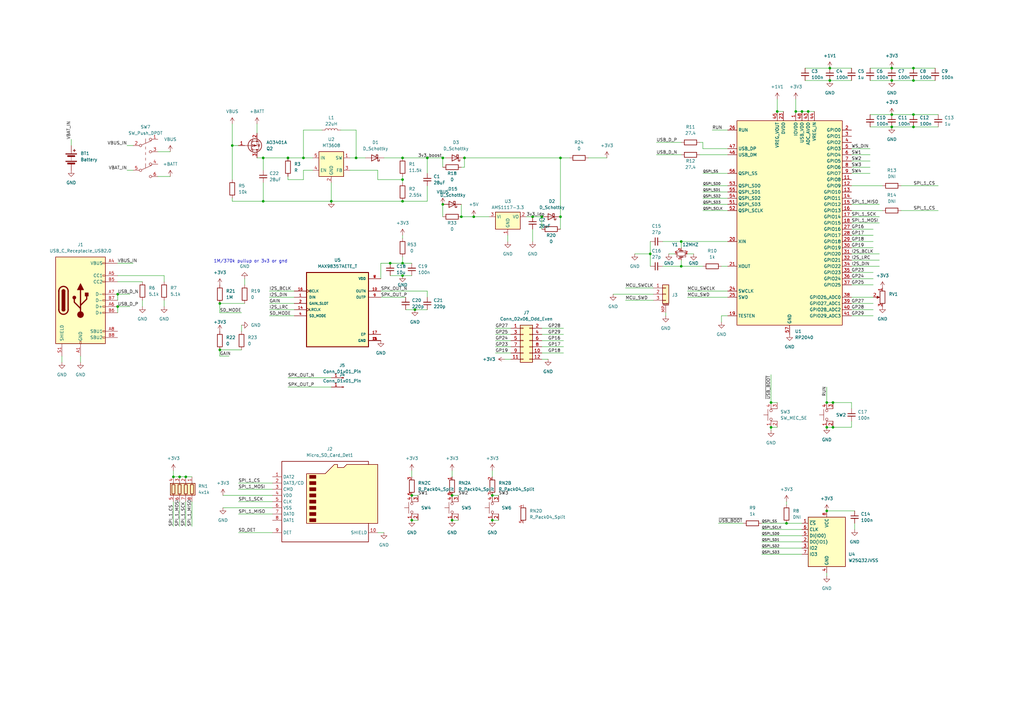
<source format=kicad_sch>
(kicad_sch (version 20230121) (generator eeschema)
  (paper "A3")
  (title_block (title "Inércia 2023 MOD player badge"))
  (junction (at 124.46 64.77))
  (junction (at 229.87 64.77))
  (junction (at 95.25 59.69))
  (junction (at 374.65 46.99))
  (junction (at 107.95 64.77))
  (junction (at 107.95 82.55))
  (junction (at 71.12 195.58))
  (junction (at 374.65 27.94))
  (junction (at 48.26 120.65))
  (junction (at 165.1 82.55))
  (junction (at 185.42 213.36))
  (junction (at 160.02 107.95))
  (junction (at 165.1 73.66))
  (junction (at 181.61 64.77))
  (junction (at 168.91 213.36))
  (junction (at 316.23 165.1))
  (junction (at 165.1 107.95))
  (junction (at 341.63 175.26))
  (junction (at 165.1 113.03))
  (junction (at 146.05 64.77))
  (junction (at 135.89 82.55))
  (junction (at 73.66 195.58))
  (junction (at 374.65 52.07))
  (junction (at 339.09 209.55))
  (junction (at 340.36 33.02))
  (junction (at 201.93 213.36))
  (junction (at 90.17 124.46))
  (junction (at 229.87 88.9))
  (junction (at 185.42 203.2))
  (junction (at 365.76 33.02))
  (junction (at 279.4 99.06))
  (junction (at 170.18 127))
  (junction (at 48.26 125.73))
  (junction (at 266.7 104.14))
  (junction (at 190.5 64.77))
  (junction (at 374.65 33.02))
  (junction (at 76.2 195.58))
  (junction (at 326.39 45.72))
  (junction (at 365.76 46.99))
  (junction (at 365.76 27.94))
  (junction (at 201.93 203.2))
  (junction (at 331.47 45.72))
  (junction (at 118.11 64.77))
  (junction (at 194.31 88.9))
  (junction (at 318.77 45.72))
  (junction (at 322.58 214.63))
  (junction (at 339.09 165.1))
  (junction (at 175.26 64.77))
  (junction (at 90.17 143.51))
  (junction (at 339.09 175.26))
  (junction (at 168.91 203.2))
  (junction (at 222.25 88.9))
  (junction (at 189.23 88.9))
  (junction (at 218.44 88.9))
  (junction (at 341.63 165.1))
  (junction (at 328.93 45.72))
  (junction (at 340.36 27.94))
  (junction (at 181.61 83.82))
  (junction (at 365.76 52.07))
  (junction (at 316.23 175.26))
  (junction (at 279.4 109.22))
  (junction (at 165.1 64.77))
  (wire (pts (xy 292.1 53.34) (xy 298.45 53.34)))
  (wire (pts (xy 73.66 195.58) (xy 76.2 195.58)))
  (wire (pts (xy 330.2 33.02) (xy 340.36 33.02)))
  (wire (pts (xy 165.1 113.03) (xy 168.91 113.03)))
  (wire (pts (xy 185.42 203.2) (xy 187.96 203.2)))
  (wire (pts (xy 365.76 27.94) (xy 374.65 27.94)))
  (wire (pts (xy 110.49 129.54) (xy 120.65 129.54)))
  (wire (pts (xy 312.42 214.63) (xy 322.58 214.63)))
  (wire (pts (xy 365.76 33.02) (xy 374.65 33.02)))
  (wire (pts (xy 170.18 127) (xy 175.26 127)))
  (wire (pts (xy 175.26 76.2) (xy 175.26 82.55)))
  (wire (pts (xy 185.42 193.04) (xy 185.42 195.58)))
  (wire (pts (xy 160.02 113.03) (xy 165.1 113.03)))
  (wire (pts (xy 168.91 193.04) (xy 168.91 195.58)))
  (wire (pts (xy 33.02 146.05) (xy 33.02 148.59)))
  (wire (pts (xy 91.44 203.2) (xy 111.76 203.2)))
  (wire (pts (xy 124.46 69.85) (xy 128.27 69.85)))
  (wire (pts (xy 71.12 195.58) (xy 73.66 195.58)))
  (wire (pts (xy 322.58 205.74) (xy 322.58 207.01)))
  (wire (pts (xy 287.02 58.42) (xy 288.29 58.42)))
  (wire (pts (xy 90.17 143.51) (xy 90.17 146.05)))
  (wire (pts (xy 124.46 73.66) (xy 124.46 69.85)))
  (wire (pts (xy 97.79 200.66) (xy 111.76 200.66)))
  (wire (pts (xy 298.45 99.06) (xy 279.4 99.06)))
  (wire (pts (xy 288.29 78.74) (xy 298.45 78.74)))
  (wire (pts (xy 339.09 234.95) (xy 339.09 236.22)))
  (wire (pts (xy 339.09 165.1) (xy 341.63 165.1)))
  (wire (pts (xy 331.47 45.72) (xy 334.01 45.72)))
  (wire (pts (xy 349.25 83.82) (xy 360.68 83.82)))
  (wire (pts (xy 105.41 50.8) (xy 105.41 54.61)))
  (wire (pts (xy 99.06 133.35) (xy 99.06 135.89)))
  (wire (pts (xy 318.77 45.72) (xy 321.31 45.72)))
  (wire (pts (xy 154.94 218.44) (xy 157.48 218.44)))
  (wire (pts (xy 110.49 119.38) (xy 120.65 119.38)))
  (wire (pts (xy 203.2 144.78) (xy 209.55 144.78)))
  (wire (pts (xy 281.94 121.92) (xy 298.45 121.92)))
  (wire (pts (xy 64.77 62.23) (xy 69.85 62.23)))
  (wire (pts (xy 97.79 198.12) (xy 111.76 198.12)))
  (wire (pts (xy 222.25 134.62) (xy 231.14 134.62)))
  (wire (pts (xy 356.87 33.02) (xy 365.76 33.02)))
  (wire (pts (xy 356.87 46.99) (xy 365.76 46.99)))
  (wire (pts (xy 222.25 88.9) (xy 222.25 93.98)))
  (wire (pts (xy 97.79 218.44) (xy 111.76 218.44)))
  (wire (pts (xy 105.41 64.77) (xy 107.95 64.77)))
  (wire (pts (xy 341.63 165.1) (xy 349.25 165.1)))
  (wire (pts (xy 67.31 123.19) (xy 67.31 125.73)))
  (wire (pts (xy 156.21 114.3) (xy 156.21 107.95)))
  (wire (pts (xy 274.32 104.14) (xy 276.86 104.14)))
  (wire (pts (xy 165.1 64.77) (xy 175.26 64.77)))
  (wire (pts (xy 97.79 210.82) (xy 111.76 210.82)))
  (wire (pts (xy 316.23 175.26) (xy 316.23 176.53)))
  (wire (pts (xy 175.26 64.77) (xy 175.26 71.12)))
  (wire (pts (xy 100.33 114.3) (xy 100.33 116.84)))
  (wire (pts (xy 273.05 129.54) (xy 273.05 128.27)))
  (wire (pts (xy 190.5 64.77) (xy 229.87 64.77)))
  (wire (pts (xy 350.52 214.63) (xy 350.52 217.17)))
  (wire (pts (xy 222.25 137.16) (xy 231.14 137.16)))
  (wire (pts (xy 374.65 52.07) (xy 384.81 52.07)))
  (wire (pts (xy 185.42 213.36) (xy 187.96 213.36)))
  (wire (pts (xy 203.2 142.24) (xy 209.55 142.24)))
  (wire (pts (xy 190.5 68.58) (xy 189.23 68.58)))
  (wire (pts (xy 168.91 203.2) (xy 171.45 203.2)))
  (wire (pts (xy 312.42 224.79) (xy 328.93 224.79)))
  (wire (pts (xy 118.11 73.66) (xy 124.46 73.66)))
  (wire (pts (xy 349.25 116.84) (xy 358.14 116.84)))
  (wire (pts (xy 52.07 59.69) (xy 54.61 59.69)))
  (wire (pts (xy 107.95 82.55) (xy 95.25 82.55)))
  (wire (pts (xy 241.3 64.77) (xy 248.92 64.77)))
  (wire (pts (xy 146.05 64.77) (xy 149.86 64.77)))
  (wire (pts (xy 298.45 129.54) (xy 295.91 129.54)))
  (wire (pts (xy 118.11 64.77) (xy 124.46 64.77)))
  (wire (pts (xy 215.9 88.9) (xy 218.44 88.9)))
  (wire (pts (xy 107.95 64.77) (xy 118.11 64.77)))
  (wire (pts (xy 95.25 50.8) (xy 95.25 59.69)))
  (wire (pts (xy 229.87 88.9) (xy 229.87 93.98)))
  (wire (pts (xy 318.77 40.64) (xy 318.77 45.72)))
  (wire (pts (xy 76.2 195.58) (xy 78.74 195.58)))
  (wire (pts (xy 251.46 120.65) (xy 267.97 120.65)))
  (wire (pts (xy 76.2 205.74) (xy 76.2 215.9)))
  (wire (pts (xy 146.05 64.77) (xy 146.05 53.34)))
  (wire (pts (xy 165.1 73.66) (xy 165.1 72.39)))
  (wire (pts (xy 271.78 99.06) (xy 279.4 99.06)))
  (wire (pts (xy 269.24 58.42) (xy 279.4 58.42)))
  (wire (pts (xy 107.95 74.93) (xy 107.95 82.55)))
  (wire (pts (xy 165.1 73.66) (xy 154.94 73.66)))
  (wire (pts (xy 326.39 45.72) (xy 328.93 45.72)))
  (wire (pts (xy 374.65 46.99) (xy 384.81 46.99)))
  (wire (pts (xy 374.65 27.94) (xy 383.54 27.94)))
  (wire (pts (xy 190.5 68.58) (xy 190.5 64.77)))
  (wire (pts (xy 166.37 127) (xy 170.18 127)))
  (wire (pts (xy 269.24 63.5) (xy 279.4 63.5)))
  (wire (pts (xy 222.25 144.78) (xy 231.14 144.78)))
  (wire (pts (xy 203.2 139.7) (xy 209.55 139.7)))
  (wire (pts (xy 256.54 118.11) (xy 267.97 118.11)))
  (wire (pts (xy 288.29 83.82) (xy 298.45 83.82)))
  (wire (pts (xy 25.4 146.05) (xy 25.4 148.59)))
  (wire (pts (xy 181.61 64.77) (xy 181.61 68.58)))
  (wire (pts (xy 143.51 69.85) (xy 154.94 69.85)))
  (wire (pts (xy 349.25 121.92) (xy 358.14 121.92)))
  (wire (pts (xy 67.31 113.03) (xy 67.31 115.57)))
  (wire (pts (xy 91.44 208.28) (xy 111.76 208.28)))
  (wire (pts (xy 48.26 113.03) (xy 67.31 113.03)))
  (wire (pts (xy 229.87 64.77) (xy 229.87 88.9)))
  (wire (pts (xy 135.89 82.55) (xy 165.1 82.55)))
  (wire (pts (xy 97.79 205.74) (xy 111.76 205.74)))
  (wire (pts (xy 340.36 27.94) (xy 349.25 27.94)))
  (wire (pts (xy 229.87 64.77) (xy 233.68 64.77)))
  (wire (pts (xy 349.25 99.06) (xy 358.14 99.06)))
  (wire (pts (xy 349.25 63.5) (xy 356.87 63.5)))
  (wire (pts (xy 118.11 154.94) (xy 135.89 154.94)))
  (wire (pts (xy 165.1 73.66) (xy 165.1 74.93)))
  (wire (pts (xy 29.21 57.15) (xy 29.21 59.69)))
  (wire (pts (xy 356.87 52.07) (xy 365.76 52.07)))
  (wire (pts (xy 107.95 82.55) (xy 135.89 82.55)))
  (wire (pts (xy 110.49 121.92) (xy 120.65 121.92)))
  (wire (pts (xy 349.25 88.9) (xy 360.68 88.9)))
  (wire (pts (xy 156.21 107.95) (xy 160.02 107.95)))
  (wire (pts (xy 208.28 96.52) (xy 208.28 99.06)))
  (wire (pts (xy 90.17 124.46) (xy 100.33 124.46)))
  (wire (pts (xy 48.26 120.65) (xy 53.34 120.65)))
  (wire (pts (xy 165.1 96.52) (xy 165.1 97.79)))
  (wire (pts (xy 175.26 64.77) (xy 181.61 64.77)))
  (wire (pts (xy 78.74 205.74) (xy 78.74 215.9)))
  (wire (pts (xy 281.94 104.14) (xy 284.48 104.14)))
  (wire (pts (xy 349.25 76.2) (xy 361.95 76.2)))
  (wire (pts (xy 288.29 71.12) (xy 298.45 71.12)))
  (wire (pts (xy 349.25 124.46) (xy 358.14 124.46)))
  (wire (pts (xy 95.25 59.69) (xy 95.25 73.66)))
  (wire (pts (xy 288.29 109.22) (xy 279.4 109.22)))
  (wire (pts (xy 349.25 96.52) (xy 358.14 96.52)))
  (wire (pts (xy 135.89 74.93) (xy 135.89 82.55)))
  (wire (pts (xy 374.65 33.02) (xy 383.54 33.02)))
  (wire (pts (xy 295.91 109.22) (xy 298.45 109.22)))
  (wire (pts (xy 312.42 217.17) (xy 328.93 217.17)))
  (wire (pts (xy 256.54 123.19) (xy 267.97 123.19)))
  (wire (pts (xy 322.58 214.63) (xy 328.93 214.63)))
  (wire (pts (xy 107.95 64.77) (xy 107.95 69.85)))
  (wire (pts (xy 349.25 71.12) (xy 356.87 71.12)))
  (wire (pts (xy 189.23 83.82) (xy 189.23 88.9)))
  (wire (pts (xy 295.91 129.54) (xy 295.91 132.08)))
  (wire (pts (xy 203.2 137.16) (xy 209.55 137.16)))
  (wire (pts (xy 71.12 205.74) (xy 71.12 215.9)))
  (wire (pts (xy 52.07 69.85) (xy 54.61 69.85)))
  (wire (pts (xy 146.05 53.34) (xy 139.7 53.34)))
  (wire (pts (xy 73.66 205.74) (xy 73.66 215.9)))
  (wire (pts (xy 218.44 88.9) (xy 222.25 88.9)))
  (wire (pts (xy 143.51 64.77) (xy 146.05 64.77)))
  (wire (pts (xy 316.23 175.26) (xy 318.77 175.26)))
  (wire (pts (xy 349.25 68.58) (xy 356.87 68.58)))
  (wire (pts (xy 222.25 147.32) (xy 224.79 147.32)))
  (wire (pts (xy 288.29 60.96) (xy 288.29 58.42)))
  (wire (pts (xy 349.25 106.68) (xy 360.68 106.68)))
  (wire (pts (xy 132.08 53.34) (xy 124.46 53.34)))
  (wire (pts (xy 340.36 33.02) (xy 349.25 33.02)))
  (wire (pts (xy 165.1 107.95) (xy 168.91 107.95)))
  (wire (pts (xy 95.25 59.69) (xy 97.79 59.69)))
  (wire (pts (xy 339.09 175.26) (xy 341.63 175.26)))
  (wire (pts (xy 124.46 64.77) (xy 128.27 64.77)))
  (wire (pts (xy 110.49 127) (xy 120.65 127)))
  (wire (pts (xy 369.57 86.36) (xy 384.81 86.36)))
  (wire (pts (xy 341.63 175.26) (xy 349.25 175.26)))
  (wire (pts (xy 48.26 120.65) (xy 48.26 123.19)))
  (wire (pts (xy 330.2 27.94) (xy 340.36 27.94)))
  (wire (pts (xy 48.26 125.73) (xy 48.26 128.27)))
  (wire (pts (xy 201.93 203.2) (xy 204.47 203.2)))
  (wire (pts (xy 90.17 146.05) (xy 93.98 146.05)))
  (wire (pts (xy 124.46 53.34) (xy 124.46 64.77)))
  (wire (pts (xy 266.7 99.06) (xy 266.7 104.14)))
  (wire (pts (xy 288.29 81.28) (xy 298.45 81.28)))
  (wire (pts (xy 349.25 172.72) (xy 349.25 175.26)))
  (wire (pts (xy 288.29 86.36) (xy 298.45 86.36)))
  (wire (pts (xy 160.02 107.95) (xy 165.1 107.95)))
  (wire (pts (xy 349.25 101.6) (xy 358.14 101.6)))
  (wire (pts (xy 349.25 60.96) (xy 356.87 60.96)))
  (wire (pts (xy 48.26 107.95) (xy 54.61 107.95)))
  (wire (pts (xy 365.76 46.99) (xy 374.65 46.99)))
  (wire (pts (xy 207.01 147.32) (xy 209.55 147.32)))
  (wire (pts (xy 154.94 73.66) (xy 154.94 69.85)))
  (wire (pts (xy 312.42 227.33) (xy 328.93 227.33)))
  (wire (pts (xy 316.23 153.67) (xy 316.23 165.1)))
  (wire (pts (xy 189.23 88.9) (xy 194.31 88.9)))
  (wire (pts (xy 328.93 45.72) (xy 331.47 45.72)))
  (wire (pts (xy 71.12 193.04) (xy 71.12 195.58)))
  (wire (pts (xy 349.25 111.76) (xy 358.14 111.76)))
  (wire (pts (xy 48.26 115.57) (xy 58.42 115.57)))
  (wire (pts (xy 349.25 165.1) (xy 349.25 167.64)))
  (wire (pts (xy 222.25 142.24) (xy 231.14 142.24)))
  (wire (pts (xy 201.93 193.04) (xy 201.93 195.58)))
  (wire (pts (xy 222.25 139.7) (xy 231.14 139.7)))
  (wire (pts (xy 203.2 134.62) (xy 209.55 134.62)))
  (wire (pts (xy 156.21 119.38) (xy 175.26 119.38)))
  (wire (pts (xy 288.29 76.2) (xy 298.45 76.2)))
  (wire (pts (xy 90.17 128.27) (xy 99.06 128.27)))
  (wire (pts (xy 312.42 219.71) (xy 328.93 219.71)))
  (wire (pts (xy 365.76 52.07) (xy 374.65 52.07)))
  (wire (pts (xy 326.39 40.64) (xy 326.39 45.72)))
  (wire (pts (xy 369.57 76.2) (xy 384.81 76.2)))
  (wire (pts (xy 271.78 109.22) (xy 279.4 109.22)))
  (wire (pts (xy 349.25 66.04) (xy 356.87 66.04)))
  (wire (pts (xy 287.02 63.5) (xy 298.45 63.5)))
  (wire (pts (xy 356.87 27.94) (xy 365.76 27.94)))
  (wire (pts (xy 90.17 143.51) (xy 99.06 143.51)))
  (wire (pts (xy 260.35 104.14) (xy 266.7 104.14)))
  (wire (pts (xy 90.17 124.46) (xy 90.17 128.27)))
  (wire (pts (xy 168.91 213.36) (xy 171.45 213.36)))
  (wire (pts (xy 312.42 222.25) (xy 328.93 222.25)))
  (wire (pts (xy 118.11 72.39) (xy 118.11 73.66)))
  (wire (pts (xy 118.11 158.75) (xy 135.89 158.75)))
  (wire (pts (xy 64.77 72.39) (xy 69.85 72.39)))
  (wire (pts (xy 316.23 165.1) (xy 318.77 165.1)))
  (wire (pts (xy 294.64 214.63) (xy 304.8 214.63)))
  (wire (pts (xy 349.25 86.36) (xy 361.95 86.36)))
  (wire (pts (xy 349.25 129.54) (xy 358.14 129.54)))
  (wire (pts (xy 298.45 60.96) (xy 288.29 60.96)))
  (wire (pts (xy 349.25 91.44) (xy 360.68 91.44)))
  (wire (pts (xy 157.48 64.77) (xy 165.1 64.77)))
  (wire (pts (xy 349.25 127) (xy 358.14 127)))
  (wire (pts (xy 194.31 88.9) (xy 200.66 88.9)))
  (wire (pts (xy 266.7 104.14) (xy 266.7 109.22)))
  (wire (pts (xy 110.49 124.46) (xy 120.65 124.46)))
  (wire (pts (xy 175.26 82.55) (xy 165.1 82.55)))
  (wire (pts (xy 58.42 123.19) (xy 58.42 125.73)))
  (wire (pts (xy 349.25 114.3) (xy 358.14 114.3)))
  (wire (pts (xy 181.61 83.82) (xy 181.61 88.9)))
  (wire (pts (xy 218.44 93.98) (xy 218.44 99.06)))
  (wire (pts (xy 48.26 125.73) (xy 53.34 125.73)))
  (wire (pts (xy 279.4 99.06) (xy 279.4 101.6)))
  (wire (pts (xy 339.09 209.55) (xy 350.52 209.55)))
  (wire (pts (xy 349.25 104.14) (xy 360.68 104.14)))
  (wire (pts (xy 201.93 213.36) (xy 204.47 213.36)))
  (wire (pts (xy 281.94 119.38) (xy 298.45 119.38)))
  (wire (pts (xy 339.09 158.75) (xy 339.09 165.1)))
  (wire (pts (xy 156.21 121.92) (xy 166.37 121.92)))
  (wire (pts (xy 181.61 64.77) (xy 182.88 64.77)))
  (wire (pts (xy 95.25 81.28) (xy 95.25 82.55)))
  (wire (pts (xy 175.26 121.92) (xy 175.26 119.38)))
  (wire (pts (xy 165.1 105.41) (xy 165.1 107.95)))
  (wire (pts (xy 279.4 106.68) (xy 279.4 109.22)))
  (wire (pts (xy 349.25 93.98) (xy 358.14 93.98)))
  (wire (pts (xy 349.25 109.22) (xy 360.68 109.22)))
  (text "1M/370k pullup or 3v3 or gnd\n" (at 87.63 107.95 0) (effects (font (size 1.27 1.27)) (justify left bottom)))
  (label "SW2" (at 349.25 66.04 0))
  (label "SPI_1_SCK" (at 76.2 215.9 90))
  (label "VBAT_IN" (at 52.07 69.85 180))
  (label "GP19" (at 203.2 144.78 0))
  (label "VBAT_IN" (at 29.21 57.15 90))
  (label "I2S_DIN" (at 110.49 121.92 0))
  (label "3v3_boost" (at 171.45 64.77 0))
  (label "GP18" (at 349.25 99.06 0))
  (label "QSPI_SCLK" (at 288.29 86.36 0) (effects (font (size 1 1))))
  (label "SPK_OUT_P" (at 118.11 158.75 0))
  (label "SPI_1_MOSI" (at 73.66 215.9 90))
  (label "SPI_1_CS" (at 374.65 86.36 0))
  (label "SPI_1_MISO" (at 97.79 210.82 0))
  (label "GP17" (at 349.25 96.52 0))
  (label "GP16" (at 349.25 93.98 0))
  (label "SW4" (at 349.25 71.12 0))
  (label "QSPI_SCLK" (at 312.42 217.17 0) (effects (font (size 1 1))))
  (label "GP16" (at 224.79 139.7 0))
  (label "SPI_1_CS" (at 97.79 198.12 0))
  (label "QSPI_SD0" (at 288.29 76.2 0) (effects (font (size 1 1))))
  (label "GP28" (at 349.25 127 0))
  (label "RUN" (at 292.1 53.34 0))
  (label "MCU_SWCLK" (at 281.94 119.38 0))
  (label "GP18" (at 224.79 144.78 0))
  (label "SPI_1_MOSI" (at 349.25 91.44 0))
  (label "MCU_SWD" (at 281.94 121.92 0))
  (label "GP27" (at 349.25 124.46 0))
  (label "SPI_1_MISO" (at 78.74 215.9 90))
  (label "QSPI_SD3" (at 312.42 227.33 0) (effects (font (size 1 1))))
  (label "GP25" (at 349.25 116.84 0))
  (label "GP29" (at 349.25 129.54 0))
  (label "GAIN" (at 90.17 146.05 0))
  (label "GP17" (at 224.79 142.24 0))
  (label "SD_MODE" (at 110.49 129.54 0))
  (label "SPK_OUT_N" (at 118.11 154.94 0))
  (label "SPI_1_MISO" (at 349.25 83.82 0))
  (label "SPI_1_SCK" (at 97.79 205.74 0))
  (label "SW3" (at 204.47 203.2 0))
  (label "USB_D_N" (at 269.24 63.5 0))
  (label "GP23" (at 203.2 142.24 0))
  (label "QSPI_SD1" (at 288.29 78.74 0) (effects (font (size 1 1))))
  (label "SPI_1_CS" (at 374.65 76.2 0))
  (label "QSPI_SD2" (at 288.29 81.28 0) (effects (font (size 1 1))))
  (label "GP23" (at 349.25 111.76 0))
  (label "MCU_SWCLK" (at 256.54 118.11 0))
  (label "SW3" (at 349.25 68.58 0))
  (label "GP19" (at 349.25 101.6 0))
  (label "GP24" (at 349.25 114.3 0))
  (label "RUN" (at 339.09 162.56 90))
  (label "QSPI_SS" (at 288.29 71.12 0) (effects (font (size 1 1))))
  (label "GP28" (at 224.79 134.62 0))
  (label "QSPI_SD1" (at 312.42 222.25 0) (effects (font (size 1 1))))
  (label "USB_D_P" (at 48.26 125.73 0))
  (label "I2S_DIN" (at 349.25 109.22 0))
  (label "SPK_OUT_P" (at 156.21 121.92 0))
  (label "SW1" (at 349.25 63.5 0))
  (label "I2S_BCLK" (at 110.49 119.38 0))
  (label "SPI_1_MOSI" (at 97.79 200.66 0))
  (label "QSPI_SD3" (at 288.29 83.82 0) (effects (font (size 1 1))))
  (label "GAIN" (at 110.49 124.46 0))
  (label "SPI_1_SCK" (at 349.25 88.9 0))
  (label "SPK_OUT_N" (at 156.21 119.38 0))
  (label "3v3_ldo" (at 215.9 88.9 0))
  (label "I2S_LRC" (at 349.25 106.68 0))
  (label "SPI_1_CS" (at 71.12 215.9 90))
  (label "SD_MODE" (at 90.17 128.27 0))
  (label "I2S_LRC" (at 110.49 127 0))
  (label "SW2" (at 187.96 203.2 0))
  (label "SW1" (at 171.45 203.2 0))
  (label "SD_DET" (at 97.79 218.44 0))
  (label "~{USB_BOOT}" (at 294.64 214.63 0))
  (label "QSPI_SS" (at 312.42 214.63 0) (effects (font (size 1 1))))
  (label "VBUS_IN" (at 52.07 59.69 180))
  (label "I2S_BCLK" (at 349.25 104.14 0))
  (label "QSPI_SD2" (at 312.42 224.79 0) (effects (font (size 1 1))))
  (label "MCU_SWD" (at 256.54 123.19 0))
  (label "QSPI_SD0" (at 312.42 219.71 0) (effects (font (size 1 1))))
  (label "VBUS_IN" (at 48.26 107.95 0))
  (label "USB_D_P" (at 269.24 58.42 0))
  (label "GP25" (at 203.2 137.16 0))
  (label "USB_D_N" (at 48.26 120.65 0))
  (label "GP29" (at 224.79 137.16 0))
  (label "WS_DIN" (at 349.25 60.96 0))
  (label "~{USB_BOOT}" (at 316.23 163.83 90))
  (label "GP24" (at 203.2 139.7 0))
  (label "GP27" (at 203.2 134.62 0))
  (symbol (lib_id "power:GND") (at 251.46 120.65 0) (unit 1)
    (property "Reference" "#PWR030" (effects hide))
    (property "Value" "GND" (at 251.46 125.73 0))
  )
  (symbol (lib_id "power:+3V3") (at 165.1 96.52 0) (unit 1)
    (property "Reference" "#PWR051" (effects hide))
    (property "Value" "+3V3" (at 165.1 91.44 0))
  )
  (symbol (lib_id "power:+3V3") (at 207.01 147.32 90) (unit 1)
    (property "Reference" "#PWR070" (effects hide))
    (property "Value" "+3V3" (at 203.2 147.32 90) (effects (justify left)))
  )
  (symbol (lib_id "power:GND") (at 323.85 137.16 0) (unit 1)
    (property "Reference" "#PWR029" (effects hide))
    (property "Value" "GND" (at 323.85 142.24 0))
  )
  (symbol (lib_id "power:+3V3") (at 365.76 46.99 0) (unit 1)
    (property "Reference" "#PWR019" (effects hide))
    (property "Value" "+3V3" (at 365.76 41.91 0))
  )
  (symbol (lib_id "Memory_Flash:W25Q32JVSS") (at 339.09 222.25 0) (unit 1)
    (property "Reference" "U4" (at 347.98 227.33 0) (effects (justify left)))
    (property "Value" "W25Q32JVSS" (at 347.98 229.87 0) (effects (justify left)))
    (property "Footprint" "Package_SO:SOIC-8_5.23x5.23mm_P1.27mm" (effects hide))
    (property "Datasheet" "http://www.winbond.com/resource-files/w25q32jv%20revg%2003272018%20plus.pdf" (effects hide))
  )
  (symbol (lib_id "power:GND") (at 156.21 139.7 0) (unit 1)
    (property "Reference" "#PWR048" (effects hide))
    (property "Value" "GND" (at 156.21 144.78 0))
  )
  (symbol (lib_id "power:+5V") (at 194.31 88.9 0) (unit 1)
    (property "Reference" "#PWR082" (effects hide))
    (property "Value" "+5V" (at 194.31 83.82 0))
  )
  (symbol (lib_id "power:+BATT") (at 69.85 72.39 0) (unit 1)
    (property "Reference" "#PWR056" (effects hide))
    (property "Value" "+BATT" (at 69.85 67.31 0))
  )
  (symbol (lib_id "Device:C_Small") (at 218.44 91.44 0) (unit 1)
    (property "Reference" "C2" (at 220.98 90.1763 0) (effects (justify left)))
    (property "Value" "28uF" (at 220.98 92.7163 0) (effects (justify left)))
    (property "Footprint" "Capacitor_SMD:C_0603_1608Metric" (effects hide))
  )
  (symbol (lib_id "power:VBUS") (at 181.61 83.82 0) (unit 1)
    (property "Reference" "#PWR05" (effects hide))
    (property "Value" "VBUS" (at 181.61 78.74 0))
  )
  (symbol (lib_id "Device:R") (at 237.49 64.77 90) (unit 1)
    (property "Reference" "R24" (at 237.49 58.42 90))
    (property "Value" "0" (at 237.49 60.96 90))
    (property "Footprint" "Resistor_SMD:R_0603_1608Metric" (effects hide))
  )
  (symbol (lib_id "Device:R") (at 365.76 86.36 90) (unit 1)
    (property "Reference" "R14" (at 365.76 80.01 90))
    (property "Value" "DNI" (at 365.76 82.55 90))
    (property "Footprint" "Resistor_SMD:R_0603_1608Metric" (effects hide))
  )
  (symbol (lib_id "Device:Crystal_GND24_Small") (at 279.4 104.14 90) (unit 1)
    (property "Reference" "Y1" (at 276.86 100.33 90))
    (property "Value" "12MHZ" (at 283.21 100.33 90))
    (property "Footprint" "Crystal:Crystal_SMD_3225-4Pin_3.2x2.5mm" (effects hide))
  )
  (symbol (lib_id "power:+3V3") (at 322.58 205.74 0) (unit 1)
    (property "Reference" "#PWR023" (effects hide))
    (property "Value" "+3V3" (at 322.58 200.66 0))
  )
  (symbol (lib_id "power:GND") (at 295.91 132.08 0) (unit 1)
    (property "Reference" "#PWR028" (effects hide))
    (property "Value" "GND" (at 295.91 137.16 0))
  )
  (symbol (lib_id "Device:C_Small") (at 269.24 109.22 90) (unit 1)
    (property "Reference" "C16" (at 269.2463 102.87 90))
    (property "Value" "27p" (at 269.2463 105.41 90))
    (property "Footprint" "Capacitor_SMD:C_0603_1608Metric" (effects hide))
  )
  (symbol (lib_id "power:+1V1") (at 340.36 27.94 0) (unit 1)
    (property "Reference" "#PWR013" (effects hide))
    (property "Value" "+1V1" (at 340.36 22.86 0))
  )
  (symbol (lib_id "Device:R") (at 99.06 139.7 0) (unit 1)
    (property "Reference" "R23" (at 101.6 138.43 0) (effects (justify left)))
    (property "Value" "0" (at 101.6 140.97 0) (effects (justify left)))
    (property "Footprint" "Resistor_SMD:R_0603_1608Metric" (effects hide))
  )
  (symbol (lib_id "Device:C_Small") (at 356.87 49.53 0) (unit 1)
    (property "Reference" "C10" (at 359.41 48.2663 0) (effects (justify left)))
    (property "Value" "100n" (at 359.41 50.8063 0) (effects (justify left)))
    (property "Footprint" "Capacitor_SMD:C_0603_1608Metric" (effects hide))
  )
  (symbol (lib_id "Device:R") (at 283.21 63.5 90) (unit 1)
    (property "Reference" "R12" (at 283.21 66.04 90))
    (property "Value" "27.4" (at 283.21 68.58 90))
    (property "Footprint" "Resistor_SMD:R_0402_1005Metric" (effects hide))
  )
  (symbol (lib_id "power:GND") (at 58.42 125.73 0) (unit 1)
    (property "Reference" "#PWR09" (effects hide))
    (property "Value" "GND" (at 58.42 130.81 0))
  )
  (symbol (lib_id "power:GND") (at 201.93 213.36 0) (unit 1)
    (property "Reference" "#PWR041" (effects hide))
    (property "Value" "GND" (at 201.93 218.44 0))
  )
  (symbol (lib_id "power:GND") (at 273.05 129.54 0) (unit 1)
    (property "Reference" "#PWR031" (effects hide))
    (property "Value" "GND" (at 273.05 134.62 0))
  )
  (symbol (lib_id "power:GND") (at 350.52 217.17 0) (unit 1)
    (property "Reference" "#PWR021" (effects hide))
    (property "Value" "GND" (at 350.52 222.25 0))
  )
  (symbol (lib_id "power:GND") (at 135.89 82.55 0) (unit 1)
    (property "Reference" "#PWR01" (effects hide))
    (property "Value" "GND" (effects hide))
  )
  (symbol (lib_id "Device:R") (at 322.58 210.82 0) (unit 1)
    (property "Reference" "R8" (at 325.12 209.55 0) (effects (justify left)))
    (property "Value" "DNI" (at 325.12 212.09 0) (effects (justify left)))
    (property "Footprint" "Resistor_SMD:R_0603_1608Metric" (effects hide))
  )
  (symbol (lib_id "Device:R") (at 308.61 214.63 90) (unit 1)
    (property "Reference" "R9" (at 308.61 208.28 90))
    (property "Value" "1k" (at 308.61 210.82 90))
    (property "Footprint" "Resistor_SMD:R_0603_1608Metric" (effects hide))
  )
  (symbol (lib_id "Device:C_Small") (at 349.25 170.18 0) (unit 1)
    (property "Reference" "C17" (at 351.79 168.9163 0) (effects (justify left)))
    (property "Value" "100n" (at 351.79 171.4563 0) (effects (justify left)))
    (property "Footprint" "Capacitor_SMD:C_0603_1608Metric" (effects hide))
  )
  (symbol (lib_id "Device:R") (at 226.06 93.98 90) (unit 1)
    (property "Reference" "R20" (at 226.06 96.52 90))
    (property "Value" "0" (at 226.06 99.06 90))
    (property "Footprint" "Resistor_SMD:R_0603_1608Metric" (effects hide))
  )
  (symbol (lib_id "Device:R") (at 118.11 68.58 0) (unit 1)
    (property "Reference" "R3" (at 120.65 67.31 0) (effects (justify left)))
    (property "Value" "R" (at 120.65 69.85 0) (effects (justify left)))
    (property "Footprint" "Resistor_SMD:R_0603_1608Metric" (effects hide))
  )
  (symbol (lib_id "power:GND") (at 157.48 218.44 0) (unit 1)
    (property "Reference" "#PWR036" (effects hide))
    (property "Value" "GND" (at 157.48 223.52 0))
  )
  (symbol (lib_id "Device:R") (at 90.17 120.65 0) (unit 1)
    (property "Reference" "R21" (at 92.71 119.38 0) (effects (justify left)))
    (property "Value" "1M" (at 92.71 121.92 0) (effects (justify left)))
    (property "Footprint" "Resistor_SMD:R_0603_1608Metric" (effects hide))
  )
  (symbol (lib_id "Switch:SW_MEC_5E") (at 171.45 208.28 90) (unit 1)
    (property "Reference" "SW4" (at 172.72 208.28 90) (effects (justify right)))
    (property "Value" "SW_MEC_5E" (effects hide))
    (property "Footprint" "mod:SW_SKRPACE010" (effects hide))
    (property "Datasheet" "http://www.apem.com/int/index.php?controller=attachment&id_attachment=1371" (effects hide))
  )
  (symbol (lib_id "power:GND") (at 316.23 176.53 0) (unit 1)
    (property "Reference" "#PWR032" (effects hide))
    (property "Value" "GND" (at 316.23 181.61 0))
  )
  (symbol (lib_id "MCU_RaspberryPi:RP2040") (at 323.85 91.44 0) (unit 1)
    (property "Reference" "U1" (at 326.0441 135.89 0) (effects (justify left)))
    (property "Value" "RP2040" (at 326.0441 138.43 0) (effects (justify left)))
    (property "Footprint" "Package_DFN_QFN:QFN-56-1EP_7x7mm_P0.4mm_EP3.2x3.2mm" (effects hide))
    (property "Datasheet" "https://datasheets.raspberrypi.com/rp2040/rp2040-datasheet.pdf" (effects hide))
  )
  (symbol (lib_id "power:GND") (at 260.35 104.14 0) (unit 1)
    (property "Reference" "#PWR025" (effects hide))
    (property "Value" "GND" (at 260.35 109.22 0))
  )
  (symbol (lib_id "Device:R") (at 165.1 78.74 0) (unit 1)
    (property "Reference" "R2" (at 167.64 77.47 0) (effects (justify left)))
    (property "Value" "2.55k" (at 167.64 80.01 0) (effects (justify left)))
    (property "Footprint" "Resistor_SMD:R_0603_1608Metric" (effects hide))
  )
  (symbol (lib_id "Connector_Generic:Conn_02x06_Odd_Even") (at 214.63 139.7 0) (unit 1)
    (property "Reference" "J7" (at 215.9 128.27 0))
    (property "Value" "Conn_02x06_Odd_Even" (at 215.9 130.81 0))
    (property "Footprint" "Connector_PinHeader_2.54mm:PinHeader_2x06_P2.54mm_Vertical_SMD" (effects hide))
  )
  (symbol (lib_id "Device:C_Small") (at 349.25 30.48 0) (unit 1)
    (property "Reference" "C5" (at 351.79 29.2163 0) (effects (justify left)))
    (property "Value" "1u" (at 351.79 31.7563 0) (effects (justify left)))
    (property "Footprint" "Capacitor_SMD:C_0603_1608Metric" (effects hide))
  )
  (symbol (lib_id "power:GND") (at 340.36 33.02 0) (unit 1)
    (property "Reference" "#PWR014" (effects hide))
    (property "Value" "GND" (at 340.36 38.1 0))
  )
  (symbol (lib_id "Connector:Conn_01x01_Pin") (at 140.97 154.94 180) (unit 1)
    (property "Reference" "J5" (at 140.335 149.86 0))
    (property "Value" "Conn_01x01_Pin" (at 140.335 152.4 0))
    (property "Footprint" "TestPoint:TestPoint_Keystone_5015_Micro-Minature" (effects hide))
  )
  (symbol (lib_id "Connector_Generic_MountingPin:Conn_01x03_MountingPin") (at 273.05 120.65 0) (unit 1)
    (property "Reference" "J3" (at 275.59 121.0056 0) (effects (justify left)))
    (property "Value" "Conn_01x03_MountingPin" (effects hide))
    (property "Footprint" "Connector_JST:JST_SH_SM03B-SRSS-TB_1x03-1MP_P1.00mm_Horizontal" (effects hide))
  )
  (symbol (lib_id "Device:C_Small") (at 356.87 30.48 0) (unit 1)
    (property "Reference" "C6" (at 359.41 29.2163 0) (effects (justify left)))
    (property "Value" "100n" (at 359.41 31.7563 0) (effects (justify left)))
    (property "Footprint" "Capacitor_SMD:C_0603_1608Metric" (effects hide))
  )
  (symbol (lib_id "Device:C_Small") (at 365.76 30.48 0) (unit 1)
    (property "Reference" "C7" (at 368.3 29.2163 0) (effects (justify left)))
    (property "Value" "100n" (at 368.3 31.7563 0) (effects (justify left)))
    (property "Footprint" "Capacitor_SMD:C_0603_1608Metric" (effects hide))
  )
  (symbol (lib_id "Regulator_Switching:MT3608") (at 135.89 67.31 0) (unit 1)
    (property "Reference" "U2" (at 135.89 57.15 0))
    (property "Value" "MT3608" (at 135.89 59.69 0))
    (property "Footprint" "Package_TO_SOT_SMD:SOT-23-6" (effects hide))
    (property "Datasheet" "https://www.olimex.com/Products/Breadboarding/BB-PWR-3608/resources/MT3608.pdf" (effects hide))
  )
  (symbol (lib_id "power:GND") (at 168.91 213.36 0) (unit 1)
    (property "Reference" "#PWR039" (effects hide))
    (property "Value" "GND" (at 168.91 218.44 0))
  )
  (symbol (lib_id "Device:R") (at 283.21 58.42 90) (unit 1)
    (property "Reference" "R11" (at 283.21 52.07 90))
    (property "Value" "27.4" (at 283.21 54.61 90))
    (property "Footprint" "Resistor_SMD:R_0402_1005Metric" (effects hide))
  )
  (symbol (lib_id "Device:D_Schottky") (at 153.67 64.77 180) (unit 1)
    (property "Reference" "D1" (at 153.9875 58.42 0))
    (property "Value" "D_Schottky" (at 153.9875 60.96 0))
    (property "Footprint" "Diode_SMD:D_SOD-123" (effects hide))
  )
  (symbol (lib_id "power:+3V3") (at 248.92 64.77 0) (unit 1)
    (property "Reference" "#PWR08" (effects hide))
    (property "Value" "+3V3" (at 248.92 59.69 0))
  )
  (symbol (lib_id "power:GND") (at 284.48 104.14 0) (unit 1)
    (property "Reference" "#PWR027" (effects hide))
    (property "Value" "GND" (at 284.48 107.95 0))
  )
  (symbol (lib_id "Device:C_Small") (at 374.65 30.48 0) (unit 1)
    (property "Reference" "C8" (at 377.19 29.2163 0) (effects (justify left)))
    (property "Value" "100n" (at 377.19 31.7563 0) (effects (justify left)))
    (property "Footprint" "Capacitor_SMD:C_0603_1608Metric" (effects hide))
  )
  (symbol (lib_id "Device:D_Schottky") (at 226.06 88.9 180) (unit 1)
    (property "Reference" "D2" (at 226.3775 82.55 0))
    (property "Value" "D_Schottky" (at 226.3775 85.09 0))
    (property "Footprint" "Diode_SMD:D_SOD-123" (effects hide))
  )
  (symbol (lib_id "Device:R") (at 165.1 101.6 180) (unit 1)
    (property "Reference" "R53" (at 168.91 100.33 0))
    (property "Value" "0" (at 168.91 102.87 0))
    (property "Footprint" "Resistor_SMD:R_0603_1608Metric" (effects hide))
  )
  (symbol (lib_id "power:GND") (at 365.76 52.07 0) (unit 1)
    (property "Reference" "#PWR016" (effects hide))
    (property "Value" "GND" (at 365.76 57.15 0))
  )
  (symbol (lib_id "power:+3V3") (at 326.39 40.64 0) (unit 1)
    (property "Reference" "#PWR015" (effects hide))
    (property "Value" "+3V3" (at 326.39 35.56 0))
  )
  (symbol (lib_id "power:GND") (at 165.1 113.03 0) (unit 1)
    (property "Reference" "#PWR050" (effects hide))
    (property "Value" "GND" (at 165.1 116.84 0))
  )
  (symbol (lib_id "Device:R") (at 100.33 120.65 0) (unit 1)
    (property "Reference" "R19" (at 102.87 119.38 0) (effects (justify left)))
    (property "Value" "0" (at 102.87 121.92 0) (effects (justify left)))
    (property "Footprint" "Resistor_SMD:R_0603_1608Metric" (effects hide))
  )
  (symbol (lib_id "Device:R_Pack04_Split") (at 214.63 210.82 180) (unit 4)
    (property "Reference" "RN2" (at 217.17 209.55 0) (effects (justify right)))
    (property "Value" "R_Pack04_Split" (at 217.17 212.09 0) (effects (justify right)))
    (property "Footprint" "Resistor_SMD:R_Array_Convex_4x0402" (effects hide))
  )
  (symbol (lib_id "power:+3V3") (at 361.95 118.11 0) (mirror y) (unit 1)
    (property "Reference" "#PWR037" (effects hide))
    (property "Value" "+3V3" (at 361.95 113.03 0))
  )
  (symbol (lib_id "power:GND") (at 339.09 236.22 0) (unit 1)
    (property "Reference" "#PWR024" (effects hide))
    (property "Value" "GND" (at 339.09 241.3 0))
  )
  (symbol (lib_id "Device:R") (at 95.25 77.47 0) (unit 1)
    (property "Reference" "R5" (at 97.79 76.2 0) (effects (justify left)))
    (property "Value" "10k" (at 97.79 78.74 0) (effects (justify left)))
    (property "Footprint" "Resistor_SMD:R_0603_1608Metric" (effects hide))
  )
  (symbol (lib_id "power:GND") (at 99.06 133.35 90) (unit 1)
    (property "Reference" "#PWR053" (effects hide))
    (property "Value" "GND" (at 102.87 133.35 90) (effects (justify right)))
  )
  (symbol (lib_id "Device:C_Small") (at 330.2 30.48 0) (unit 1)
    (property "Reference" "C3" (at 332.74 29.2163 0) (effects (justify left)))
    (property "Value" "100n" (at 332.74 31.7563 0) (effects (justify left)))
    (property "Footprint" "Capacitor_SMD:C_0603_1608Metric" (effects hide))
  )
  (symbol (lib_id "power:+3V3") (at 185.42 193.04 0) (unit 1)
    (property "Reference" "#PWR043" (effects hide))
    (property "Value" "+3V3" (at 185.42 187.96 0))
  )
  (symbol (lib_id "power:+3V3") (at 71.12 193.04 0) (unit 1)
    (property "Reference" "#PWR055" (effects hide))
    (property "Value" "+3V3" (at 71.12 187.96 0))
  )
  (symbol (lib_id "power:GND") (at 33.02 148.59 0) (unit 1)
    (property "Reference" "#PWR011" (effects hide))
    (property "Value" "GND" (at 33.02 153.67 0))
  )
  (symbol (lib_id "power:GND") (at 91.44 208.28 0) (unit 1)
    (property "Reference" "#PWR034" (effects hide))
    (property "Value" "GND" (at 91.44 213.36 0))
  )
  (symbol (lib_id "power:+3V3") (at 168.91 193.04 0) (unit 1)
    (property "Reference" "#PWR042" (effects hide))
    (property "Value" "+3V3" (at 168.91 187.96 0))
  )
  (symbol (lib_id "power:GND") (at 224.79 147.32 0) (unit 1)
    (property "Reference" "#PWR071" (effects hide))
    (property "Value" "GND" (at 224.79 152.4 0))
  )
  (symbol (lib_id "Device:C_Small") (at 350.52 212.09 0) (unit 1)
    (property "Reference" "C14" (at 353.06 210.8263 0) (effects (justify left)))
    (property "Value" "100n" (at 353.06 213.3663 0) (effects (justify left)))
    (property "Footprint" "Capacitor_SMD:C_0603_1608Metric" (effects hide))
  )
  (symbol (lib_id "Regulator_Linear:AMS1117-3.3") (at 208.28 88.9 0) (unit 1)
    (property "Reference" "U3" (at 208.28 82.55 0))
    (property "Value" "AMS1117-3.3" (at 208.28 85.09 0))
    (property "Footprint" "Package_TO_SOT_SMD:SOT-223-3_TabPin2" (effects hide))
    (property "Datasheet" "http://www.advanced-monolithic.com/pdf/ds1117.pdf" (effects hide))
  )
  (symbol (lib_id "Device:R") (at 90.17 139.7 0) (unit 1)
    (property "Reference" "R22" (at 92.71 138.43 0) (effects (justify left)))
    (property "Value" "0" (at 92.71 140.97 0) (effects (justify left)))
    (property "Footprint" "Resistor_SMD:R_0603_1608Metric" (effects hide))
  )
  (symbol (lib_id "power:+3V3") (at 365.76 27.94 0) (unit 1)
    (property "Reference" "#PWR018" (effects hide))
    (property "Value" "+3V3" (at 365.76 22.86 0))
  )
  (symbol (lib_id "power:GND") (at 29.21 69.85 0) (unit 1)
    (property "Reference" "#PWR057" (effects hide))
    (property "Value" "GND" (at 29.21 74.93 0))
  )
  (symbol (lib_id "Device:R") (at 67.31 119.38 0) (unit 1)
    (property "Reference" "R7" (at 69.85 118.11 0) (effects (justify left)))
    (property "Value" "5.1k" (at 69.85 120.65 0) (effects (justify left)))
    (property "Footprint" "Resistor_SMD:R_0603_1608Metric" (effects hide))
  )
  (symbol (lib_id "power:VBUS") (at 95.25 50.8 0) (unit 1)
    (property "Reference" "#PWR04" (effects hide))
    (property "Value" "VBUS" (at 95.25 45.72 0))
  )
  (symbol (lib_id "Switch:SW_MEC_5E") (at 187.96 208.28 90) (unit 1)
    (property "Reference" "SW5" (at 189.23 208.28 90) (effects (justify right)))
    (property "Value" "SW_MEC_5E" (effects hide))
    (property "Footprint" "mod:SW_SKRPACE010" (effects hide))
    (property "Datasheet" "http://www.apem.com/int/index.php?controller=attachment&id_attachment=1371" (effects hide))
  )
  (symbol (lib_id "power:GND") (at 365.76 33.02 0) (unit 1)
    (property "Reference" "#PWR017" (effects hide))
    (property "Value" "GND" (at 365.76 38.1 0))
  )
  (symbol (lib_id "Device:C_Small") (at 384.81 49.53 0) (unit 1)
    (property "Reference" "C13" (at 387.35 48.2663 0) (effects (justify left)))
    (property "Value" "1u" (at 387.35 50.8063 0) (effects (justify left)))
    (property "Footprint" "Capacitor_SMD:C_0603_1608Metric" (effects hide))
  )
  (symbol (lib_id "Switch:SW_Push_DPDT") (at 59.69 64.77 0) (unit 1)
    (property "Reference" "SW7" (at 59.69 52.07 0))
    (property "Value" "SW_Push_DPDT" (at 59.69 54.61 0))
    (property "Footprint" "mod:SS-3235S-L2" (effects hide))
  )
  (symbol (lib_id "power:+1V1") (at 318.77 40.64 0) (unit 1)
    (property "Reference" "#PWR020" (effects hide))
    (property "Value" "+1V1" (at 318.77 35.56 0))
  )
  (symbol (lib_id "Device:R") (at 165.1 68.58 0) (unit 1)
    (property "Reference" "R1" (at 167.64 67.31 0) (effects (justify left)))
    (property "Value" "11.5k" (at 167.64 69.85 0) (effects (justify left)))
    (property "Footprint" "Resistor_SMD:R_0603_1608Metric" (effects hide))
  )
  (symbol (lib_id "Device:R_Pack04_Split") (at 185.42 199.39 180) (unit 1)
    (property "Reference" "RN2" (at 187.96 198.12 0) (effects (justify right)))
    (property "Value" "R_Pack04_Split" (at 187.96 200.66 0) (effects (justify right)))
    (property "Footprint" "Resistor_SMD:R_Array_Convex_4x0402" (effects hide))
  )
  (symbol (lib_id "Connector:Conn_01x01_Pin") (at 140.97 158.75 180) (unit 1)
    (property "Reference" "J4" (at 140.335 153.67 0))
    (property "Value" "Conn_01x01_Pin" (at 140.335 156.21 0))
    (property "Footprint" "TestPoint:TestPoint_Keystone_5015_Micro-Minature" (effects hide))
  )
  (symbol (lib_id "power:GND") (at 100.33 114.3 180) (unit 1)
    (property "Reference" "#PWR049" (effects hide))
    (property "Value" "GND" (at 100.33 109.22 0))
  )
  (symbol (lib_id "Device:C_Small") (at 269.24 99.06 90) (unit 1)
    (property "Reference" "C15" (at 269.2463 92.71 90))
    (property "Value" "27p" (at 269.2463 95.25 90))
    (property "Footprint" "Capacitor_SMD:C_0603_1608Metric" (effects hide))
  )
  (symbol (lib_id "power:GND") (at 25.4 148.59 0) (unit 1)
    (property "Reference" "#PWR012" (effects hide))
    (property "Value" "GND" (at 25.4 153.67 0))
  )
  (symbol (lib_id "Device:D_Schottky") (at 185.42 83.82 180) (unit 1)
    (property "Reference" "D15" (at 185.7375 77.47 0))
    (property "Value" "D_Schottky" (at 185.7375 80.01 0))
    (property "Footprint" "Diode_SMD:D_SOD-123" (effects hide))
  )
  (symbol (lib_id "Device:C_Small") (at 365.76 49.53 0) (unit 1)
    (property "Reference" "C11" (at 368.3 48.2663 0) (effects (justify left)))
    (property "Value" "100n" (at 368.3 50.8063 0) (effects (justify left)))
    (property "Footprint" "Capacitor_SMD:C_0603_1608Metric" (effects hide))
  )
  (symbol (lib_id "Device:Battery") (at 29.21 64.77 0) (unit 1)
    (property "Reference" "BT1" (at 33.02 62.9285 0) (effects (justify left)))
    (property "Value" "Battery" (at 33.02 65.4685 0) (effects (justify left)))
    (property "Footprint" "mod:AAA-HOLDER-THD" (effects hide))
  )
  (symbol (lib_id "Device:R") (at 58.42 119.38 0) (unit 1)
    (property "Reference" "R6" (at 60.96 118.11 0) (effects (justify left)))
    (property "Value" "5.1k" (at 60.96 120.65 0) (effects (justify left)))
    (property "Footprint" "Resistor_SMD:R_0603_1608Metric" (effects hide))
  )
  (symbol (lib_id "Device:C_Small") (at 340.36 30.48 0) (unit 1)
    (property "Reference" "C4" (at 342.9 29.2163 0) (effects (justify left)))
    (property "Value" "100n" (at 342.9 31.7563 0) (effects (justify left)))
    (property "Footprint" "Capacitor_SMD:C_0603_1608Metric" (effects hide))
  )
  (symbol (lib_id "Device:C_Small") (at 175.26 73.66 0) (unit 1)
    (property "Reference" "C1" (at 177.8 72.3963 0) (effects (justify left)))
    (property "Value" "28uF" (at 177.8 74.9363 0) (effects (justify left)))
    (property "Footprint" "Capacitor_SMD:C_0603_1608Metric" (effects hide))
  )
  (symbol (lib_id "Switch:SW_MEC_5E") (at 318.77 170.18 90) (unit 1)
    (property "Reference" "SW3" (at 320.04 168.91 90) (effects (justify right)))
    (property "Value" "SW_MEC_5E" (at 320.04 171.45 90) (effects (justify right)))
    (property "Footprint" "mod:SW_SKRPACE010" (effects hide))
    (property "Datasheet" "http://www.apem.com/int/index.php?controller=attachment&id_attachment=1371" (effects hide))
  )
  (symbol (lib_id "power:VBUS") (at 69.85 62.23 0) (unit 1)
    (property "Reference" "#PWR02" (effects hide))
    (property "Value" "VBUS" (at 69.85 57.15 0))
  )
  (symbol (lib_id "power:GND") (at 274.32 104.14 0) (unit 1)
    (property "Reference" "#PWR026" (effects hide))
    (property "Value" "GND" (at 274.32 107.95 0))
  )
  (symbol (lib_id "Device:C_Small") (at 166.37 124.46 180) (unit 1)
    (property "Reference" "C20" (at 168.91 123.1836 0) (effects (justify right)))
    (property "Value" "220p" (at 168.91 125.7236 0) (effects (justify right)))
    (property "Footprint" "Capacitor_SMD:C_0603_1608Metric" (effects hide))
  )
  (symbol (lib_id "power:+3V3") (at 201.93 193.04 0) (unit 1)
    (property "Reference" "#PWR044" (effects hide))
    (property "Value" "+3V3" (at 201.93 187.96 0))
  )
  (symbol (lib_id "Device:R_Pack04_Split") (at 168.91 199.39 180) (unit 3)
    (property "Reference" "RN2" (at 171.45 198.12 0) (effects (justify right)))
    (property "Value" "R_Pack04_Split" (at 171.45 200.66 0) (effects (justify right)))
    (property "Footprint" "Resistor_SMD:R_Array_Convex_4x0402" (effects hide))
  )
  (symbol (lib_id "Switch:SW_MEC_5E") (at 341.63 170.18 90) (unit 1)
    (property "Reference" "SW2" (at 342.9 170.18 90) (effects (justify right)))
    (property "Value" "SW_MEC_5E" (effects hide))
    (property "Footprint" "mod:SW_SKRPACE010" (effects hide))
    (property "Datasheet" "http://www.apem.com/int/index.php?controller=attachment&id_attachment=1371" (effects hide))
  )
  (symbol (lib_id "Connector:USB_C_Receptacle_USB2.0") (at 33.02 123.19 0) (unit 1)
    (property "Reference" "J1" (at 33.02 100.33 0))
    (property "Value" "USB_C_Receptacle_USB2.0" (at 33.02 102.87 0))
    (property "Footprint" "Connector_USB:USB_C_Receptacle_HCTL_HC-TYPE-C-16P-01A" (effects hide))
    (property "Datasheet" "https://www.usb.org/sites/default/files/documents/usb_type-c.zip" (effects hide))
  )
  (symbol (lib_id "power:GND") (at 67.31 125.73 0) (unit 1)
    (property "Reference" "#PWR010" (effects hide))
    (property "Value" "GND" (at 67.31 130.81 0))
  )
  (symbol (lib_id "power:+BATT") (at 105.41 50.8 0) (unit 1)
    (property "Reference" "#PWR03" (effects hide))
    (property "Value" "+BATT" (at 105.41 45.72 0))
  )
  (symbol (lib_id "Device:C_Small") (at 107.95 72.39 0) (unit 1)
    (property "Reference" "C22" (at 110.49 71.1263 0) (effects (justify left)))
    (property "Value" "28uF" (at 110.49 73.6663 0) (effects (justify left)))
    (property "Footprint" "Capacitor_SMD:C_0603_1608Metric" (effects hide))
  )
  (symbol (lib_id "power:GND") (at 170.18 127 0) (unit 1)
    (property "Reference" "#PWR054" (effects hide))
    (property "Value" "GND" (at 170.18 132.08 0))
  )
  (symbol (lib_id "Device:R_Pack04_Split") (at 201.93 199.39 180) (unit 2)
    (property "Reference" "RN2" (at 204.47 198.12 0) (effects (justify right)))
    (property "Value" "R_Pack04_Split" (at 204.47 200.66 0) (effects (justify right)))
    (property "Footprint" "Resistor_SMD:R_Array_Convex_4x0402" (effects hide))
  )
  (symbol (lib_id "power:GND") (at 361.95 125.73 0) (mirror y) (unit 1)
    (property "Reference" "#PWR038" (effects hide))
    (property "Value" "GND" (at 361.95 130.81 0))
  )
  (symbol (lib_id "Connector:Micro_SD_Card_Det1") (at 134.62 205.74 0) (unit 1)
    (property "Reference" "J2" (at 135.255 184.15 0))
    (property "Value" "Micro_SD_Card_Det1" (at 135.255 186.69 0))
    (property "Footprint" "mod:J_sd_micro_socket" (effects hide))
    (property "Datasheet" "https://datasheet.lcsc.com/lcsc/2110151630_XKB-Connectivity-XKTF-015-N_C381082.pdf" (effects hide))
  )
  (symbol (lib_id "Device:R") (at 185.42 88.9 90) (unit 1)
    (property "Reference" "R33" (at 185.42 91.44 90))
    (property "Value" "0" (at 185.42 93.98 90))
    (property "Footprint" "Resistor_SMD:R_0603_1608Metric" (effects hide))
  )
  (symbol (lib_id "power:+3V3") (at 90.17 135.89 0) (unit 1)
    (property "Reference" "#PWR052" (effects hide))
    (property "Value" "+3V3" (at 90.17 132.08 0))
  )
  (symbol (lib_id "Switch:SW_MEC_5E") (at 204.47 208.28 90) (unit 1)
    (property "Reference" "SW6" (at 205.74 208.28 90) (effects (justify right)))
    (property "Value" "SW_MEC_5E" (effects hide))
    (property "Footprint" "mod:SW_SKRPACE010" (effects hide))
    (property "Datasheet" "http://www.apem.com/int/index.php?controller=attachment&id_attachment=1371" (effects hide))
  )
  (symbol (lib_id "Device:R_Pack04") (at 73.66 200.66 180) (unit 1)
    (property "Reference" "RN1" (at 81.28 199.39 0) (effects (justify right)))
    (property "Value" "4x1k" (at 81.28 201.93 0) (effects (justify right)))
    (property "Footprint" "Resistor_SMD:R_Array_Convex_4x0402" (effects hide))
  )
  (symbol (lib_id "Device:C_Small") (at 383.54 30.48 0) (unit 1)
    (property "Reference" "C9" (at 386.08 29.2163 0) (effects (justify left)))
    (property "Value" "100n" (at 386.08 31.7563 0) (effects (justify left)))
    (property "Footprint" "Capacitor_SMD:C_0603_1608Metric" (effects hide))
  )
  (symbol (lib_id "Device:C_Small") (at 374.65 49.53 0) (unit 1)
    (property "Reference" "C12" (at 377.19 48.2663 0) (effects (justify left)))
    (property "Value" "100n" (at 377.19 50.8063 0) (effects (justify left)))
    (property "Footprint" "Capacitor_SMD:C_0603_1608Metric" (effects hide))
  )
  (symbol (lib_id "Device:D_Schottky") (at 186.69 64.77 180) (unit 1)
    (property "Reference" "D3" (at 187.0075 58.42 0))
    (property "Value" "D_Schottky" (at 187.0075 60.96 0))
    (property "Footprint" "Diode_SMD:D_SOD-123" (effects hide))
  )
  (symbol (lib_id "Device:C_Small") (at 168.91 110.49 180) (unit 1)
    (property "Reference" "C19" (at 171.45 109.2136 0) (effects (justify right)))
    (property "Value" "100n" (at 171.45 111.7536 0) (effects (justify right)))
    (property "Footprint" "Capacitor_SMD:C_0603_1608Metric" (effects hide))
  )
  (symbol (lib_id "power:GND") (at 218.44 99.06 0) (unit 1)
    (property "Reference" "#PWR07" (effects hide))
    (property "Value" "GND" (at 218.44 104.14 0))
  )
  (symbol (lib_id "Device:R") (at 185.42 68.58 90) (unit 1)
    (property "Reference" "R18" (at 185.42 71.12 90))
    (property "Value" "0" (at 185.42 73.66 90))
    (property "Footprint" "Resistor_SMD:R_0603_1608Metric" (effects hide))
  )
  (symbol (lib_id "power:GND") (at 339.09 175.26 0) (unit 1)
    (property "Reference" "#PWR033" (effects hide))
    (property "Value" "GND" (at 339.09 180.34 0))
  )
  (symbol (lib_id "Transistor_FET:AO3401A") (at 102.87 59.69 0) (mirror x) (unit 1)
    (property "Reference" "Q2" (at 109.22 60.96 0) (effects (justify left)))
    (property "Value" "AO3401A" (at 109.22 58.42 0) (effects (justify left)))
    (property "Footprint" "Package_TO_SOT_SMD:SOT-23" (effects hide))
    (property "Datasheet" "http://www.aosmd.com/pdfs/datasheet/AO3401A.pdf" (effects hide))
  )
  (symbol (lib_id "Device:C_Small") (at 175.26 124.46 180) (unit 1)
    (property "Reference" "C21" (at 177.8 123.1836 0) (effects (justify right)))
    (property "Value" "220p" (at 177.8 125.7236 0) (effects (justify right)))
    (property "Footprint" "Capacitor_SMD:C_0603_1608Metric" (effects hide))
  )
  (symbol (lib_id "power:+3V3") (at 91.44 203.2 0) (unit 1)
    (property "Reference" "#PWR035" (effects hide))
    (property "Value" "+3V3" (at 91.44 198.12 0))
  )
  (symbol (lib_id "Device:R") (at 292.1 109.22 90) (unit 1)
    (property "Reference" "R10" (at 292.1 102.87 90))
    (property "Value" "1k" (at 292.1 105.41 90))
    (property "Footprint" "Resistor_SMD:R_0402_1005Metric" (effects hide))
  )
  (symbol (lib_id "Device:L") (at 135.89 53.34 90) (unit 1)
    (property "Reference" "L1" (at 135.89 48.26 90))
    (property "Value" "22uH" (at 135.89 50.8 90))
    (property "Footprint" "Inductor_SMD:L_Changjiang_FNR5040S" (effects hide))
  )
  (symbol (lib_id "power:GND") (at 185.42 213.36 0) (unit 1)
    (property "Reference" "#PWR040" (effects hide))
    (property "Value" "GND" (at 185.42 218.44 0))
  )
  (symbol (lib_id "Device:R") (at 365.76 76.2 90) (unit 1)
    (property "Reference" "R13" (at 365.76 69.85 90))
    (property "Value" "DNI" (at 365.76 72.39 90))
    (property "Footprint" "Resistor_SMD:R_0603_1608Metric" (effects hide))
  )
  (symbol (lib_id "Device:C_Small") (at 160.02 110.49 180) (unit 1)
    (property "Reference" "C18" (at 162.56 109.2136 0) (effects (justify right)))
    (property "Value" "10u" (at 162.56 111.7536 0) (effects (justify right)))
    (property "Footprint" "Capacitor_SMD:C_0603_1608Metric" (effects hide))
  )
  (symbol (lib_id "mod:MAX98357AETE_T") (at 138.43 127 0) (unit 1)
    (property "Reference" "U5" (at 138.43 106.68 0))
    (property "Value" "MAX98357AETE_T" (at 138.43 109.22 0))
    (property "Footprint" "mod:QFN50P300X300X80-17N" (effects hide))
    (property "MF" "Analog Devices" (effects hide))
    (property "Description" "\nTiny, Low-Cost, PCM Class D Amplifier with Class AB Performance\n" (effects hide))
    (property "Package" "TQFN-16 Maxim" (effects hide))
    (property "Price" "None" (effects hide))
    (property "SnapEDA_Link" "https://www.snapeda.com/parts/MAX98357AETE+T/Analog+Devices/view-part/?ref=snap" (effects hide))
    (property "MP" "MAX98357AETE+T" (effects hide))
    (property "Purchase-URL" "https://www.snapeda.com/api/url_track_click_mouser/?unipart_id=48842&manufacturer=Analog Devices&part_name=MAX98357AETE+T&search_term=max98357" (effects hide))
    (property "Availability" "In Stock" (effects hide))
    (property "Check_prices" "https://www.snapeda.com/parts/MAX98357AETE+T/Analog+Devices/view-part/?ref=eda" (effects hide))
  )
  (symbol (lib_id "Device:R_Potentiometer") (at 361.95 121.92 0) (mirror y) (unit 1)
    (property "Reference" "RV1" (at 364.49 120.65 0) (effects (justify right)))
    (property "Value" "R_Potentiometer" (effects hide))
    (property "Footprint" "mod:gear-dial-pot-3pin" (effects hide))
  )
  (symbol (lib_id "power:GND") (at 208.28 99.06 0) (unit 1)
    (property "Reference" "#PWR06" (effects hide))
    (property "Value" "GND" (at 208.28 104.14 0))
  )
  (symbol (lib_id "power:+3V3") (at 90.17 116.84 0) (unit 1)
    (property "Reference" "#PWR045" (effects hide))
    (property "Value" "+3V3" (at 90.17 111.76 0))
  )
  (symbol (lib_id "power:+3V3") (at 339.09 209.55 0) (unit 1)
    (property "Reference" "#PWR022" (effects hide))
    (property "Value" "+3V3" (at 339.09 204.47 0))
  )
)
</source>
